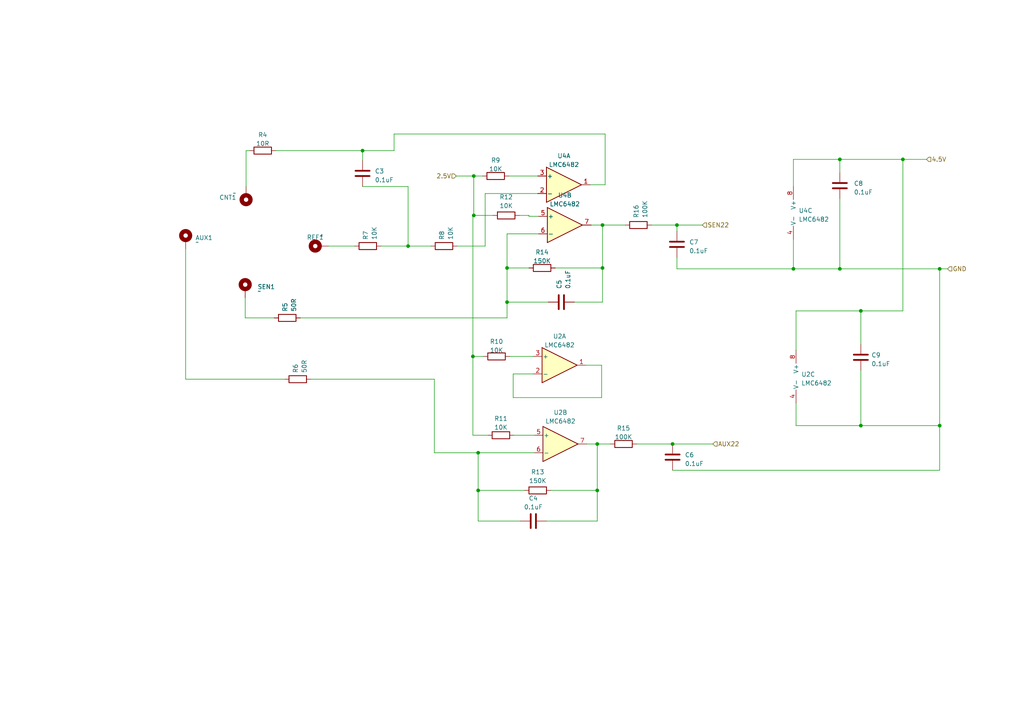
<source format=kicad_sch>
(kicad_sch (version 20230121) (generator eeschema)

  (uuid b77da3b0-ec35-490a-993f-54fbfa94fa5c)

  (paper "A4")

  (lib_symbols
    (symbol "Amplifier_Operational:LMC6482" (pin_names (offset 0.127)) (in_bom yes) (on_board yes)
      (property "Reference" "U" (at 0 5.08 0)
        (effects (font (size 1.27 1.27)) (justify left))
      )
      (property "Value" "LMC6482" (at 0 -5.08 0)
        (effects (font (size 1.27 1.27)) (justify left))
      )
      (property "Footprint" "" (at 0 0 0)
        (effects (font (size 1.27 1.27)) hide)
      )
      (property "Datasheet" "http://www.ti.com/lit/ds/symlink/lmc6482.pdf" (at 0 0 0)
        (effects (font (size 1.27 1.27)) hide)
      )
      (property "ki_locked" "" (at 0 0 0)
        (effects (font (size 1.27 1.27)))
      )
      (property "ki_keywords" "dual opamp" (at 0 0 0)
        (effects (font (size 1.27 1.27)) hide)
      )
      (property "ki_description" "Dual CMOS Rail-to-Rail Input and Output Operational Amplifier, DIP-8/SOIC-8, SSOP-8" (at 0 0 0)
        (effects (font (size 1.27 1.27)) hide)
      )
      (property "ki_fp_filters" "SOIC*3.9x4.9mm*P1.27mm* DIP*W7.62mm* TO*99* OnSemi*Micro8* TSSOP*3x3mm*P0.65mm* TSSOP*4.4x3mm*P0.65mm* MSOP*3x3mm*P0.65mm* SSOP*3.9x4.9mm*P0.635mm* LFCSP*2x2mm*P0.5mm* *SIP* SOIC*5.3x6.2mm*P1.27mm*" (at 0 0 0)
        (effects (font (size 1.27 1.27)) hide)
      )
      (symbol "LMC6482_1_1"
        (polyline
          (pts
            (xy -5.08 5.08)
            (xy 5.08 0)
            (xy -5.08 -5.08)
            (xy -5.08 5.08)
          )
          (stroke (width 0.254) (type default))
          (fill (type background))
        )
        (pin output line (at 7.62 0 180) (length 2.54)
          (name "~" (effects (font (size 1.27 1.27))))
          (number "1" (effects (font (size 1.27 1.27))))
        )
        (pin input line (at -7.62 -2.54 0) (length 2.54)
          (name "-" (effects (font (size 1.27 1.27))))
          (number "2" (effects (font (size 1.27 1.27))))
        )
        (pin input line (at -7.62 2.54 0) (length 2.54)
          (name "+" (effects (font (size 1.27 1.27))))
          (number "3" (effects (font (size 1.27 1.27))))
        )
      )
      (symbol "LMC6482_2_1"
        (polyline
          (pts
            (xy -5.08 5.08)
            (xy 5.08 0)
            (xy -5.08 -5.08)
            (xy -5.08 5.08)
          )
          (stroke (width 0.254) (type default))
          (fill (type background))
        )
        (pin input line (at -7.62 2.54 0) (length 2.54)
          (name "+" (effects (font (size 1.27 1.27))))
          (number "5" (effects (font (size 1.27 1.27))))
        )
        (pin input line (at -7.62 -2.54 0) (length 2.54)
          (name "-" (effects (font (size 1.27 1.27))))
          (number "6" (effects (font (size 1.27 1.27))))
        )
        (pin output line (at 7.62 0 180) (length 2.54)
          (name "~" (effects (font (size 1.27 1.27))))
          (number "7" (effects (font (size 1.27 1.27))))
        )
      )
      (symbol "LMC6482_3_1"
        (pin power_in line (at -2.54 -7.62 90) (length 3.81)
          (name "V-" (effects (font (size 1.27 1.27))))
          (number "4" (effects (font (size 1.27 1.27))))
        )
        (pin power_in line (at -2.54 7.62 270) (length 3.81)
          (name "V+" (effects (font (size 1.27 1.27))))
          (number "8" (effects (font (size 1.27 1.27))))
        )
      )
    )
    (symbol "Device:C" (pin_numbers hide) (pin_names (offset 0.254)) (in_bom yes) (on_board yes)
      (property "Reference" "C" (at 0.635 2.54 0)
        (effects (font (size 1.27 1.27)) (justify left))
      )
      (property "Value" "C" (at 0.635 -2.54 0)
        (effects (font (size 1.27 1.27)) (justify left))
      )
      (property "Footprint" "" (at 0.9652 -3.81 0)
        (effects (font (size 1.27 1.27)) hide)
      )
      (property "Datasheet" "~" (at 0 0 0)
        (effects (font (size 1.27 1.27)) hide)
      )
      (property "ki_keywords" "cap capacitor" (at 0 0 0)
        (effects (font (size 1.27 1.27)) hide)
      )
      (property "ki_description" "Unpolarized capacitor" (at 0 0 0)
        (effects (font (size 1.27 1.27)) hide)
      )
      (property "ki_fp_filters" "C_*" (at 0 0 0)
        (effects (font (size 1.27 1.27)) hide)
      )
      (symbol "C_0_1"
        (polyline
          (pts
            (xy -2.032 -0.762)
            (xy 2.032 -0.762)
          )
          (stroke (width 0.508) (type default))
          (fill (type none))
        )
        (polyline
          (pts
            (xy -2.032 0.762)
            (xy 2.032 0.762)
          )
          (stroke (width 0.508) (type default))
          (fill (type none))
        )
      )
      (symbol "C_1_1"
        (pin passive line (at 0 3.81 270) (length 2.794)
          (name "~" (effects (font (size 1.27 1.27))))
          (number "1" (effects (font (size 1.27 1.27))))
        )
        (pin passive line (at 0 -3.81 90) (length 2.794)
          (name "~" (effects (font (size 1.27 1.27))))
          (number "2" (effects (font (size 1.27 1.27))))
        )
      )
    )
    (symbol "Device:R" (pin_numbers hide) (pin_names (offset 0)) (in_bom yes) (on_board yes)
      (property "Reference" "R" (at 2.032 0 90)
        (effects (font (size 1.27 1.27)))
      )
      (property "Value" "R" (at 0 0 90)
        (effects (font (size 1.27 1.27)))
      )
      (property "Footprint" "" (at -1.778 0 90)
        (effects (font (size 1.27 1.27)) hide)
      )
      (property "Datasheet" "~" (at 0 0 0)
        (effects (font (size 1.27 1.27)) hide)
      )
      (property "ki_keywords" "R res resistor" (at 0 0 0)
        (effects (font (size 1.27 1.27)) hide)
      )
      (property "ki_description" "Resistor" (at 0 0 0)
        (effects (font (size 1.27 1.27)) hide)
      )
      (property "ki_fp_filters" "R_*" (at 0 0 0)
        (effects (font (size 1.27 1.27)) hide)
      )
      (symbol "R_0_1"
        (rectangle (start -1.016 -2.54) (end 1.016 2.54)
          (stroke (width 0.254) (type default))
          (fill (type none))
        )
      )
      (symbol "R_1_1"
        (pin passive line (at 0 3.81 270) (length 1.27)
          (name "~" (effects (font (size 1.27 1.27))))
          (number "1" (effects (font (size 1.27 1.27))))
        )
        (pin passive line (at 0 -3.81 90) (length 1.27)
          (name "~" (effects (font (size 1.27 1.27))))
          (number "2" (effects (font (size 1.27 1.27))))
        )
      )
    )
    (symbol "Mechanical:MountingHole_Pad" (pin_numbers hide) (pin_names (offset 1.016) hide) (in_bom yes) (on_board yes)
      (property "Reference" "H" (at 0 6.35 0)
        (effects (font (size 1.27 1.27)))
      )
      (property "Value" "MountingHole_Pad" (at 0 4.445 0)
        (effects (font (size 1.27 1.27)))
      )
      (property "Footprint" "" (at 0 0 0)
        (effects (font (size 1.27 1.27)) hide)
      )
      (property "Datasheet" "~" (at 0 0 0)
        (effects (font (size 1.27 1.27)) hide)
      )
      (property "ki_keywords" "mounting hole" (at 0 0 0)
        (effects (font (size 1.27 1.27)) hide)
      )
      (property "ki_description" "Mounting Hole with connection" (at 0 0 0)
        (effects (font (size 1.27 1.27)) hide)
      )
      (property "ki_fp_filters" "MountingHole*Pad*" (at 0 0 0)
        (effects (font (size 1.27 1.27)) hide)
      )
      (symbol "MountingHole_Pad_0_1"
        (circle (center 0 1.27) (radius 1.27)
          (stroke (width 1.27) (type default))
          (fill (type none))
        )
      )
      (symbol "MountingHole_Pad_1_1"
        (pin input line (at 0 -2.54 90) (length 2.54)
          (name "1" (effects (font (size 1.27 1.27))))
          (number "1" (effects (font (size 1.27 1.27))))
        )
      )
    )
  )

  (junction (at 105.156 43.688) (diameter 0) (color 0 0 0 0)
    (uuid 1a2626dd-8b3b-472c-a98d-484d1b1d3762)
  )
  (junction (at 196.342 65.278) (diameter 0) (color 0 0 0 0)
    (uuid 2149539a-00a3-425b-a657-9a4b68aa6783)
  )
  (junction (at 272.542 77.978) (diameter 0) (color 0 0 0 0)
    (uuid 25c01353-4696-480e-82a4-968b1e6333ea)
  )
  (junction (at 147.066 87.63) (diameter 0) (color 0 0 0 0)
    (uuid 2fc98c7c-c6ed-43f4-977c-cbe1dedbe307)
  )
  (junction (at 243.586 46.228) (diameter 0) (color 0 0 0 0)
    (uuid 5ad23622-2e8f-4768-82e6-99e576866d0d)
  )
  (junction (at 137.414 51.054) (diameter 0) (color 0 0 0 0)
    (uuid 665b8064-4b33-42b2-b968-3316cdb08093)
  )
  (junction (at 272.542 123.444) (diameter 0) (color 0 0 0 0)
    (uuid 6a53a7c8-8f9f-490e-9c20-84a3ac5f3c34)
  )
  (junction (at 137.414 62.484) (diameter 0) (color 0 0 0 0)
    (uuid 6c9c503d-fa82-4150-9712-c8ef62c3dc0e)
  )
  (junction (at 138.684 131.318) (diameter 0) (color 0 0 0 0)
    (uuid 766f8514-4e58-4093-82c2-c00c656f983c)
  )
  (junction (at 174.752 65.278) (diameter 0) (color 0 0 0 0)
    (uuid 7e681415-dcd0-4651-98ac-b615357bb5d0)
  )
  (junction (at 261.874 46.228) (diameter 0) (color 0 0 0 0)
    (uuid 86c53dfb-36e8-415f-b382-7590ce9812c1)
  )
  (junction (at 118.364 71.374) (diameter 0) (color 0 0 0 0)
    (uuid 8a1ce8cc-12ae-4b8f-9a41-c3d28e878d13)
  )
  (junction (at 173.228 142.24) (diameter 0) (color 0 0 0 0)
    (uuid 94293010-358e-48e8-b1ea-570a66e9439d)
  )
  (junction (at 174.752 77.724) (diameter 0) (color 0 0 0 0)
    (uuid c12c6d67-918e-44da-82e8-188cd8dc6d6b)
  )
  (junction (at 138.684 142.24) (diameter 0) (color 0 0 0 0)
    (uuid ca0aa214-b16c-46e4-9e82-9d354ce26896)
  )
  (junction (at 173.228 128.778) (diameter 0) (color 0 0 0 0)
    (uuid d20b9a69-985b-40dc-9174-5b78c599ec11)
  )
  (junction (at 243.586 77.978) (diameter 0) (color 0 0 0 0)
    (uuid d63dc3b5-3f1a-4d1c-bd7d-2eb8bada7961)
  )
  (junction (at 137.16 103.378) (diameter 0) (color 0 0 0 0)
    (uuid da763a43-907b-4fee-a801-e1ca7ecf1628)
  )
  (junction (at 195.072 128.778) (diameter 0) (color 0 0 0 0)
    (uuid e271f4b4-7b0f-47e3-8f12-9dce41fa2eb4)
  )
  (junction (at 230.124 77.978) (diameter 0) (color 0 0 0 0)
    (uuid e899374b-2dad-42fe-a229-e843e170be30)
  )
  (junction (at 249.682 90.17) (diameter 0) (color 0 0 0 0)
    (uuid f261545e-109c-453f-a792-e6eaa6525838)
  )
  (junction (at 249.682 123.444) (diameter 0) (color 0 0 0 0)
    (uuid f72ac80c-8928-4475-ba4c-5fc9b5c46cf1)
  )
  (junction (at 147.066 77.724) (diameter 0) (color 0 0 0 0)
    (uuid fa3bc8f7-2e7c-4740-9eeb-e96c25515cbf)
  )

  (wire (pts (xy 137.16 126.238) (xy 137.16 103.378))
    (stroke (width 0) (type default))
    (uuid 035faff2-8565-4804-b66e-d7b38cc8c9b1)
  )
  (wire (pts (xy 147.066 87.63) (xy 147.066 92.202))
    (stroke (width 0) (type default))
    (uuid 0c2f181c-d66e-4c4b-b572-347edb2cfbc0)
  )
  (wire (pts (xy 155.956 56.134) (xy 140.716 56.134))
    (stroke (width 0) (type default))
    (uuid 0f9a9ef4-c8a5-41b2-beb4-98dec32e7864)
  )
  (wire (pts (xy 268.732 46.228) (xy 261.874 46.228))
    (stroke (width 0) (type default))
    (uuid 1013e01b-4abe-40e4-8994-93eabced9a89)
  )
  (wire (pts (xy 138.684 142.24) (xy 138.684 131.318))
    (stroke (width 0) (type default))
    (uuid 111e3ab3-821d-4b22-a9ab-d44a78ad60f6)
  )
  (wire (pts (xy 71.12 92.202) (xy 79.502 92.202))
    (stroke (width 0) (type default))
    (uuid 1304a827-38ad-40a7-9f42-26184c9ce504)
  )
  (wire (pts (xy 105.156 54.102) (xy 118.364 54.102))
    (stroke (width 0) (type default))
    (uuid 168e423a-760d-4d8a-86ea-e66d64b09cde)
  )
  (wire (pts (xy 188.976 65.278) (xy 196.342 65.278))
    (stroke (width 0) (type default))
    (uuid 184d2d50-5dcc-41d9-8e9d-c7b22134abcc)
  )
  (wire (pts (xy 118.364 54.102) (xy 118.364 71.374))
    (stroke (width 0) (type default))
    (uuid 1c20afdb-b17d-4bf5-955a-ad2e382e61c1)
  )
  (wire (pts (xy 158.496 151.13) (xy 173.228 151.13))
    (stroke (width 0) (type default))
    (uuid 1c59a639-144f-413a-b0db-52a70832dd38)
  )
  (wire (pts (xy 114.3 43.688) (xy 105.156 43.688))
    (stroke (width 0) (type default))
    (uuid 1cc5887e-b899-4be3-bf10-a0b93f2ff292)
  )
  (wire (pts (xy 196.342 74.676) (xy 196.342 77.978))
    (stroke (width 0) (type default))
    (uuid 1d9ba97e-4b7d-44d5-a975-0d1172b29537)
  )
  (wire (pts (xy 147.828 103.378) (xy 154.686 103.378))
    (stroke (width 0) (type default))
    (uuid 1df27bbe-701e-4905-96a0-6dce131dfa4d)
  )
  (wire (pts (xy 272.542 136.398) (xy 272.542 123.444))
    (stroke (width 0) (type default))
    (uuid 1fc2111d-a00d-47c6-a1cd-868a353267ea)
  )
  (wire (pts (xy 243.586 46.228) (xy 230.124 46.228))
    (stroke (width 0) (type default))
    (uuid 20dd2d99-02d3-4063-b4a4-29b83465defc)
  )
  (wire (pts (xy 173.228 142.24) (xy 173.228 128.778))
    (stroke (width 0) (type default))
    (uuid 21ac8da6-7a52-45ed-b4f8-d815baf7521d)
  )
  (wire (pts (xy 230.886 101.6) (xy 230.886 90.17))
    (stroke (width 0) (type default))
    (uuid 24294b87-507f-48e8-a05a-3d132ed6c9cf)
  )
  (wire (pts (xy 53.848 109.982) (xy 82.55 109.982))
    (stroke (width 0) (type default))
    (uuid 26ec613c-fc9a-49d8-9a05-7b62223416b2)
  )
  (wire (pts (xy 161.036 77.724) (xy 174.752 77.724))
    (stroke (width 0) (type default))
    (uuid 2d718db9-c4da-4c26-a61d-b202696a298e)
  )
  (wire (pts (xy 143.002 62.484) (xy 137.414 62.484))
    (stroke (width 0) (type default))
    (uuid 30963fb7-b9dd-46e2-b924-e95dc4aa228c)
  )
  (wire (pts (xy 87.122 92.202) (xy 147.066 92.202))
    (stroke (width 0) (type default))
    (uuid 33706d6d-d677-49ec-8fc9-bafa77f90619)
  )
  (wire (pts (xy 243.586 46.228) (xy 243.586 50.038))
    (stroke (width 0) (type default))
    (uuid 33e28078-28c2-4d8d-b8cc-f875b0c4a60c)
  )
  (wire (pts (xy 230.886 90.17) (xy 249.682 90.17))
    (stroke (width 0) (type default))
    (uuid 39417397-dfa7-4706-9258-fbe1bdfc385a)
  )
  (wire (pts (xy 148.844 115.316) (xy 148.844 108.458))
    (stroke (width 0) (type default))
    (uuid 39d9ad45-da77-41dc-b758-8cea1b10540f)
  )
  (wire (pts (xy 137.414 51.054) (xy 139.954 51.054))
    (stroke (width 0) (type default))
    (uuid 3c533abd-fb25-435a-ae41-e25bcb6a8b6d)
  )
  (wire (pts (xy 147.066 67.818) (xy 147.066 77.724))
    (stroke (width 0) (type default))
    (uuid 3c759632-b0e4-457e-bc75-58ec499c616d)
  )
  (wire (pts (xy 249.682 123.444) (xy 272.542 123.444))
    (stroke (width 0) (type default))
    (uuid 41d3f280-deb3-4f71-836f-4d2988f7b760)
  )
  (wire (pts (xy 95.25 71.374) (xy 102.87 71.374))
    (stroke (width 0) (type default))
    (uuid 44380021-73e7-45a4-88a1-59b2439548be)
  )
  (wire (pts (xy 147.066 77.724) (xy 147.066 87.63))
    (stroke (width 0) (type default))
    (uuid 47402d98-fff2-4dae-aac9-6c1a1b1ca53c)
  )
  (wire (pts (xy 80.01 43.688) (xy 105.156 43.688))
    (stroke (width 0) (type default))
    (uuid 482349e3-94b0-4399-93e7-8e48c189294d)
  )
  (wire (pts (xy 272.542 77.978) (xy 274.828 77.978))
    (stroke (width 0) (type default))
    (uuid 4b6cd0b1-e57b-4241-a021-31bc5704dfb4)
  )
  (wire (pts (xy 230.124 77.978) (xy 243.586 77.978))
    (stroke (width 0) (type default))
    (uuid 4e686589-a7d6-4a84-a0ab-30ae4de75aad)
  )
  (wire (pts (xy 137.414 62.484) (xy 137.414 51.054))
    (stroke (width 0) (type default))
    (uuid 4f4b2f32-bac1-4768-90ab-34ff08d62906)
  )
  (wire (pts (xy 153.416 77.724) (xy 147.066 77.724))
    (stroke (width 0) (type default))
    (uuid 4f926d35-48eb-4829-bbb8-fdf60ee4fec4)
  )
  (wire (pts (xy 118.364 71.374) (xy 124.968 71.374))
    (stroke (width 0) (type default))
    (uuid 50f6d30f-c877-457c-afb0-7ca990cf49aa)
  )
  (wire (pts (xy 138.684 151.13) (xy 138.684 142.24))
    (stroke (width 0) (type default))
    (uuid 573d138a-f2ff-4a60-ab0b-7cd2bccf4827)
  )
  (wire (pts (xy 196.342 65.278) (xy 196.342 67.056))
    (stroke (width 0) (type default))
    (uuid 59f293d9-d686-4335-8c4a-b2c28fd90749)
  )
  (wire (pts (xy 71.374 43.688) (xy 72.39 43.688))
    (stroke (width 0) (type default))
    (uuid 5ae3349e-5cfa-444c-8a7e-a31ce9a0f191)
  )
  (wire (pts (xy 150.876 151.13) (xy 138.684 151.13))
    (stroke (width 0) (type default))
    (uuid 63ce73a0-7e93-4b61-9f9c-ff6f5c067aa1)
  )
  (wire (pts (xy 71.374 43.688) (xy 71.374 54.102))
    (stroke (width 0) (type default))
    (uuid 63f69e23-bbe3-488c-905b-9cbc2cbe2741)
  )
  (wire (pts (xy 147.066 67.818) (xy 156.21 67.818))
    (stroke (width 0) (type default))
    (uuid 664bfe67-3690-430d-b773-ca654e3b7ad0)
  )
  (wire (pts (xy 272.542 123.444) (xy 272.542 77.978))
    (stroke (width 0) (type default))
    (uuid 66e38d32-f8e2-46e2-a361-610fa42b7f4c)
  )
  (wire (pts (xy 159.766 142.24) (xy 173.228 142.24))
    (stroke (width 0) (type default))
    (uuid 66ebe9d5-431e-4f81-aaaf-42f3568b22a3)
  )
  (wire (pts (xy 175.514 38.862) (xy 114.3 38.862))
    (stroke (width 0) (type default))
    (uuid 67f5398f-f692-417d-b2bb-15535268bd05)
  )
  (wire (pts (xy 249.682 99.822) (xy 249.682 90.17))
    (stroke (width 0) (type default))
    (uuid 69cb87b9-a5d4-4875-b1e7-29eb5c5a8604)
  )
  (wire (pts (xy 125.984 131.318) (xy 138.684 131.318))
    (stroke (width 0) (type default))
    (uuid 6c8f3b0e-8a29-4e76-912b-759d686a0c5c)
  )
  (wire (pts (xy 137.16 62.484) (xy 137.16 103.378))
    (stroke (width 0) (type default))
    (uuid 6db269b8-70ec-44fc-a5c8-7e3f0846d893)
  )
  (wire (pts (xy 53.848 72.136) (xy 53.848 109.982))
    (stroke (width 0) (type default))
    (uuid 6f6ee950-b6e0-4a2d-9a0a-4ec722342d33)
  )
  (wire (pts (xy 140.716 56.134) (xy 140.716 71.374))
    (stroke (width 0) (type default))
    (uuid 7775fb87-a65d-411e-ade5-1b02ead640a0)
  )
  (wire (pts (xy 184.658 128.778) (xy 195.072 128.778))
    (stroke (width 0) (type default))
    (uuid 82918231-ac58-4925-a308-f5c65114fa32)
  )
  (wire (pts (xy 174.752 65.278) (xy 174.752 77.724))
    (stroke (width 0) (type default))
    (uuid 83848231-4b63-4527-9202-23a0b5a7f11e)
  )
  (wire (pts (xy 169.926 105.918) (xy 174.498 105.918))
    (stroke (width 0) (type default))
    (uuid 8599d4bf-25a2-48a6-9c83-4d1d8ac4b3e5)
  )
  (wire (pts (xy 132.334 51.054) (xy 137.414 51.054))
    (stroke (width 0) (type default))
    (uuid 86ea32ab-25b3-4277-ab5f-657981aa3465)
  )
  (wire (pts (xy 174.752 87.63) (xy 174.752 77.724))
    (stroke (width 0) (type default))
    (uuid 87ca4073-cadd-4013-a113-1d9d539fed47)
  )
  (wire (pts (xy 71.12 86.36) (xy 71.12 92.202))
    (stroke (width 0) (type default))
    (uuid 8857f2e9-b2f3-41ee-9fed-845fe8882b88)
  )
  (wire (pts (xy 249.682 90.17) (xy 261.874 90.17))
    (stroke (width 0) (type default))
    (uuid 8d07ce4c-6544-4078-8da0-1dcb4ae3e1f8)
  )
  (wire (pts (xy 149.098 126.238) (xy 154.94 126.238))
    (stroke (width 0) (type default))
    (uuid 8f42659d-8dca-4047-8012-17a8942bfdc0)
  )
  (wire (pts (xy 249.682 107.442) (xy 249.682 123.444))
    (stroke (width 0) (type default))
    (uuid 91a42165-f1b8-448f-afb2-61dd1fe9baf4)
  )
  (wire (pts (xy 141.478 126.238) (xy 137.16 126.238))
    (stroke (width 0) (type default))
    (uuid 92ecbc8e-14e5-45c9-b219-c258c3a3bc66)
  )
  (wire (pts (xy 147.066 87.63) (xy 159.004 87.63))
    (stroke (width 0) (type default))
    (uuid 932e4910-1d2c-4616-b1c3-1cbfb2a0fb36)
  )
  (wire (pts (xy 152.146 142.24) (xy 138.684 142.24))
    (stroke (width 0) (type default))
    (uuid 975319f2-b9a4-4825-ac91-4eda688fa2a4)
  )
  (wire (pts (xy 114.3 38.862) (xy 114.3 43.688))
    (stroke (width 0) (type default))
    (uuid 99a63e10-877b-4df3-a592-38b2bc35cf61)
  )
  (wire (pts (xy 137.16 62.484) (xy 137.414 62.484))
    (stroke (width 0) (type default))
    (uuid 9c1b0dae-832f-42b1-b4e7-a1ed5a9908e4)
  )
  (wire (pts (xy 174.498 105.918) (xy 174.498 115.316))
    (stroke (width 0) (type default))
    (uuid a3a9b216-6b50-4441-b098-d86a9c9ed333)
  )
  (wire (pts (xy 196.342 77.978) (xy 230.124 77.978))
    (stroke (width 0) (type default))
    (uuid a87b6140-09cd-42d2-8fb9-9490723e4755)
  )
  (wire (pts (xy 175.514 53.594) (xy 175.514 38.862))
    (stroke (width 0) (type default))
    (uuid ad8eb063-fe88-4271-8f6b-ebb7143b2cab)
  )
  (wire (pts (xy 261.874 46.228) (xy 261.874 90.17))
    (stroke (width 0) (type default))
    (uuid ad9b8d6a-a368-4130-91ce-475a39f57496)
  )
  (wire (pts (xy 206.756 128.778) (xy 195.072 128.778))
    (stroke (width 0) (type default))
    (uuid b38e7e03-0297-4e86-b391-1b601375e676)
  )
  (wire (pts (xy 230.886 123.444) (xy 249.682 123.444))
    (stroke (width 0) (type default))
    (uuid b3e1ac3c-bb11-42a1-9c57-d74166962dd7)
  )
  (wire (pts (xy 171.196 53.594) (xy 175.514 53.594))
    (stroke (width 0) (type default))
    (uuid b3f36c19-c0e1-4f8c-805b-4820c5b58203)
  )
  (wire (pts (xy 148.844 108.458) (xy 154.686 108.458))
    (stroke (width 0) (type default))
    (uuid b4f5f013-f271-4eda-a6b1-d4bdf8f4de45)
  )
  (wire (pts (xy 174.498 115.316) (xy 148.844 115.316))
    (stroke (width 0) (type default))
    (uuid b6d5b875-ed0d-43ab-a54c-f1a4cf8be183)
  )
  (wire (pts (xy 125.984 109.982) (xy 125.984 131.318))
    (stroke (width 0) (type default))
    (uuid b795b36d-45fb-427b-8bf9-1359e0b917bb)
  )
  (wire (pts (xy 173.228 151.13) (xy 173.228 142.24))
    (stroke (width 0) (type default))
    (uuid bf96aad4-076e-41e9-a594-c10c83258109)
  )
  (wire (pts (xy 140.208 103.378) (xy 137.16 103.378))
    (stroke (width 0) (type default))
    (uuid c6df7407-0c0c-4e8e-910e-17891522b7d7)
  )
  (wire (pts (xy 243.586 57.658) (xy 243.586 77.978))
    (stroke (width 0) (type default))
    (uuid c7c60213-4225-4fdb-877b-5e1e9750c64e)
  )
  (wire (pts (xy 174.752 65.278) (xy 171.45 65.278))
    (stroke (width 0) (type default))
    (uuid c8a4aa8a-eec3-4ec0-b7f1-c6735cef5158)
  )
  (wire (pts (xy 147.574 51.054) (xy 155.956 51.054))
    (stroke (width 0) (type default))
    (uuid cda4f519-b2b0-442a-ba85-a61e376c2358)
  )
  (wire (pts (xy 153.416 62.738) (xy 156.21 62.738))
    (stroke (width 0) (type default))
    (uuid cf6fae0c-2dec-4219-8287-40247da10fca)
  )
  (wire (pts (xy 230.124 77.978) (xy 230.124 69.342))
    (stroke (width 0) (type default))
    (uuid d129e4d2-2767-4b98-a99b-491229d6ee90)
  )
  (wire (pts (xy 138.684 131.318) (xy 154.94 131.318))
    (stroke (width 0) (type default))
    (uuid d62f45a8-3f1a-477f-b831-68020558cbb0)
  )
  (wire (pts (xy 203.708 65.278) (xy 196.342 65.278))
    (stroke (width 0) (type default))
    (uuid d829d1d4-54ba-4980-9c2b-a62901aefff6)
  )
  (wire (pts (xy 90.17 109.982) (xy 125.984 109.982))
    (stroke (width 0) (type default))
    (uuid da6dbf45-6e3f-49c7-8fb5-aba06a58393c)
  )
  (wire (pts (xy 230.124 46.228) (xy 230.124 54.102))
    (stroke (width 0) (type default))
    (uuid db88ad01-6000-4225-aa9a-cbfc1fced044)
  )
  (wire (pts (xy 110.49 71.374) (xy 118.364 71.374))
    (stroke (width 0) (type default))
    (uuid db8954c3-8f8f-4955-879c-d157c9c0ee8e)
  )
  (wire (pts (xy 140.716 71.374) (xy 132.588 71.374))
    (stroke (width 0) (type default))
    (uuid dbefa4f9-fe8d-48ec-a5b2-50a66c6df014)
  )
  (wire (pts (xy 261.874 46.228) (xy 243.586 46.228))
    (stroke (width 0) (type default))
    (uuid dda955b2-df6a-42de-88e9-69a9bbbdc9ee)
  )
  (wire (pts (xy 170.18 128.778) (xy 173.228 128.778))
    (stroke (width 0) (type default))
    (uuid deef903b-04a3-467f-85f6-37d6bd4584df)
  )
  (wire (pts (xy 166.624 87.63) (xy 174.752 87.63))
    (stroke (width 0) (type default))
    (uuid e081a6b9-12a6-49ca-9576-ff68b55e338d)
  )
  (wire (pts (xy 153.416 62.484) (xy 153.416 62.738))
    (stroke (width 0) (type default))
    (uuid e46c0049-7361-4170-bcec-1db6cd85f384)
  )
  (wire (pts (xy 105.156 43.688) (xy 105.156 46.482))
    (stroke (width 0) (type default))
    (uuid e7dd72dd-a8de-4f92-b0b3-af9884e541fc)
  )
  (wire (pts (xy 195.072 136.398) (xy 272.542 136.398))
    (stroke (width 0) (type default))
    (uuid e80c6b35-ef7e-44cb-b68a-349a4f1d73d3)
  )
  (wire (pts (xy 230.886 116.84) (xy 230.886 123.444))
    (stroke (width 0) (type default))
    (uuid f37ca88f-c0a8-42fe-b703-444f4166fc84)
  )
  (wire (pts (xy 173.228 128.778) (xy 177.038 128.778))
    (stroke (width 0) (type default))
    (uuid f477e46f-ba45-4786-853f-18011eddcd55)
  )
  (wire (pts (xy 181.356 65.278) (xy 174.752 65.278))
    (stroke (width 0) (type default))
    (uuid fb667784-5ef6-4f25-afc9-e19a348dc158)
  )
  (wire (pts (xy 243.586 77.978) (xy 272.542 77.978))
    (stroke (width 0) (type default))
    (uuid fc030631-0289-4d22-befd-fcd19be96499)
  )
  (wire (pts (xy 150.622 62.484) (xy 153.416 62.484))
    (stroke (width 0) (type default))
    (uuid fc1cd49b-1c02-4e4b-9612-5d0b9dade09e)
  )

  (hierarchical_label "GND" (shape input) (at 274.828 77.978 0) (fields_autoplaced)
    (effects (font (size 1.27 1.27)) (justify left))
    (uuid 01493c6e-91dd-44c6-9d85-f56bd76d8e1f)
  )
  (hierarchical_label "2.5V" (shape input) (at 132.334 51.054 180) (fields_autoplaced)
    (effects (font (size 1.27 1.27)) (justify right))
    (uuid 33fcf6e6-e981-43ca-8aa6-f608f41f2e3c)
  )
  (hierarchical_label "SEN22" (shape input) (at 203.708 65.278 0) (fields_autoplaced)
    (effects (font (size 1.27 1.27)) (justify left))
    (uuid 364a92c6-3484-4c30-94e9-f0d019ef9c97)
  )
  (hierarchical_label "AUX22" (shape input) (at 206.756 128.778 0) (fields_autoplaced)
    (effects (font (size 1.27 1.27)) (justify left))
    (uuid 49a5d284-1d9a-4cb3-ab2d-ab0e89aff17d)
  )
  (hierarchical_label "4.5V" (shape input) (at 268.732 46.228 0) (fields_autoplaced)
    (effects (font (size 1.27 1.27)) (justify left))
    (uuid a9e865a2-e931-4387-ae36-cc0811152224)
  )

  (symbol (lib_id "Amplifier_Operational:LMC6482") (at 163.83 65.278 0) (unit 2)
    (in_bom yes) (on_board yes) (dnp no) (fields_autoplaced)
    (uuid 20d013dc-d556-41ab-8709-5da711fa038e)
    (property "Reference" "U4" (at 163.83 56.642 0)
      (effects (font (size 1.27 1.27)))
    )
    (property "Value" "LMC6482" (at 163.83 59.182 0)
      (effects (font (size 1.27 1.27)))
    )
    (property "Footprint" "Package_SO:SOIC-8_3.9x4.9mm_P1.27mm" (at 163.83 65.278 0)
      (effects (font (size 1.27 1.27)) hide)
    )
    (property "Datasheet" "http://www.ti.com/lit/ds/symlink/lmc6482.pdf" (at 163.83 65.278 0)
      (effects (font (size 1.27 1.27)) hide)
    )
    (pin "1" (uuid 9c1e9d8f-1c28-41e3-9575-41efbc51ba50))
    (pin "2" (uuid 1d0291f0-3ca2-4510-9705-02c12b2ea42d))
    (pin "3" (uuid 1f78b38e-dbc0-4584-b37f-86c494584341))
    (pin "5" (uuid 776b4954-db21-418f-a7b6-f320452ebd79))
    (pin "6" (uuid eb283b20-4c3d-4200-bb24-a475d1e312f7))
    (pin "7" (uuid 13027647-0d9e-4243-a3a1-89c829d068ca))
    (pin "4" (uuid 06dc1765-d68c-4f67-a73b-d9fa7caa6956))
    (pin "8" (uuid 2077a737-d294-413f-b778-56afbb60776f))
    (instances
      (project "Air quality project"
        (path "/67b6672b-0c15-41a5-a844-17aa721018b8/e2c83066-cae4-4a4f-a05c-59cf4d457446"
          (reference "U4") (unit 2)
        )
        (path "/67b6672b-0c15-41a5-a844-17aa721018b8/be65ffb6-5f15-4847-ab99-a8924076e9fe"
          (reference "U13") (unit 2)
        )
        (path "/67b6672b-0c15-41a5-a844-17aa721018b8/186c3367-65f1-4ab3-9c87-9defd0e69552"
          (reference "U38") (unit 2)
        )
      )
    )
  )

  (symbol (lib_id "Amplifier_Operational:LMC6482") (at 232.664 61.722 0) (unit 3)
    (in_bom yes) (on_board yes) (dnp no) (fields_autoplaced)
    (uuid 2299f28d-8245-4d68-af22-34e08edfd4a4)
    (property "Reference" "U4" (at 231.648 61.087 0)
      (effects (font (size 1.27 1.27)) (justify left))
    )
    (property "Value" "LMC6482" (at 231.648 63.627 0)
      (effects (font (size 1.27 1.27)) (justify left))
    )
    (property "Footprint" "Package_SO:SOIC-8_3.9x4.9mm_P1.27mm" (at 232.664 61.722 0)
      (effects (font (size 1.27 1.27)) hide)
    )
    (property "Datasheet" "http://www.ti.com/lit/ds/symlink/lmc6482.pdf" (at 232.664 61.722 0)
      (effects (font (size 1.27 1.27)) hide)
    )
    (pin "1" (uuid 42791d0d-7717-4b04-a0ca-b0a647570e7e))
    (pin "2" (uuid 4a2fa161-9821-4b02-bf44-5123dc1327cb))
    (pin "3" (uuid 64a3c500-0113-480b-84b8-bf62972d5f8e))
    (pin "5" (uuid d00ef563-4214-461f-ba82-fc7819b91257))
    (pin "6" (uuid a6025e8c-eb59-4fda-bafe-a0fd2776d170))
    (pin "7" (uuid 893ff0da-9dcf-4d3e-aa6a-c4e684c3eff1))
    (pin "4" (uuid f1d6c7f8-8c4f-4217-8fe8-2393f8f51a7c))
    (pin "8" (uuid a1e69ee5-43ba-48c2-a593-0766a68ecdd4))
    (instances
      (project "Air quality project"
        (path "/67b6672b-0c15-41a5-a844-17aa721018b8/e2c83066-cae4-4a4f-a05c-59cf4d457446"
          (reference "U4") (unit 3)
        )
        (path "/67b6672b-0c15-41a5-a844-17aa721018b8/be65ffb6-5f15-4847-ab99-a8924076e9fe"
          (reference "U13") (unit 3)
        )
        (path "/67b6672b-0c15-41a5-a844-17aa721018b8/186c3367-65f1-4ab3-9c87-9defd0e69552"
          (reference "U38") (unit 3)
        )
      )
    )
  )

  (symbol (lib_id "Device:C") (at 243.586 53.848 0) (unit 1)
    (in_bom yes) (on_board yes) (dnp no) (fields_autoplaced)
    (uuid 255720ce-f290-470d-8f65-c39cc1d13317)
    (property "Reference" "C8" (at 247.65 53.213 0)
      (effects (font (size 1.27 1.27)) (justify left))
    )
    (property "Value" "0.1uF" (at 247.65 55.753 0)
      (effects (font (size 1.27 1.27)) (justify left))
    )
    (property "Footprint" "Capacitor_SMD:C_0402_1005Metric" (at 244.5512 57.658 0)
      (effects (font (size 1.27 1.27)) hide)
    )
    (property "Datasheet" "~" (at 243.586 53.848 0)
      (effects (font (size 1.27 1.27)) hide)
    )
    (pin "1" (uuid d29c18e4-d563-4bdb-9e28-52e93072b48b))
    (pin "2" (uuid 4a93f62a-6a07-472e-840e-7f1ed963d5e5))
    (instances
      (project "Air quality project"
        (path "/67b6672b-0c15-41a5-a844-17aa721018b8/e2c83066-cae4-4a4f-a05c-59cf4d457446"
          (reference "C8") (unit 1)
        )
        (path "/67b6672b-0c15-41a5-a844-17aa721018b8/be65ffb6-5f15-4847-ab99-a8924076e9fe"
          (reference "C38") (unit 1)
        )
        (path "/67b6672b-0c15-41a5-a844-17aa721018b8/186c3367-65f1-4ab3-9c87-9defd0e69552"
          (reference "C127") (unit 1)
        )
      )
    )
  )

  (symbol (lib_id "Device:R") (at 83.312 92.202 90) (unit 1)
    (in_bom yes) (on_board yes) (dnp no)
    (uuid 35574715-26f1-4562-9324-b4365338d596)
    (property "Reference" "R5" (at 82.677 90.424 0)
      (effects (font (size 1.27 1.27)) (justify left))
    )
    (property "Value" "50R" (at 85.217 90.424 0)
      (effects (font (size 1.27 1.27)) (justify left))
    )
    (property "Footprint" "Resistor_SMD:R_0402_1005Metric" (at 83.312 93.98 90)
      (effects (font (size 1.27 1.27)) hide)
    )
    (property "Datasheet" "~" (at 83.312 92.202 0)
      (effects (font (size 1.27 1.27)) hide)
    )
    (pin "1" (uuid becf2539-076b-4fd5-b8ad-1f35c62e68f7))
    (pin "2" (uuid c3493ff0-5c6a-4474-bc12-2a0531e85c2f))
    (instances
      (project "Air quality project"
        (path "/67b6672b-0c15-41a5-a844-17aa721018b8/e2c83066-cae4-4a4f-a05c-59cf4d457446"
          (reference "R5") (unit 1)
        )
        (path "/67b6672b-0c15-41a5-a844-17aa721018b8/be65ffb6-5f15-4847-ab99-a8924076e9fe"
          (reference "R24") (unit 1)
        )
        (path "/67b6672b-0c15-41a5-a844-17aa721018b8/186c3367-65f1-4ab3-9c87-9defd0e69552"
          (reference "R226") (unit 1)
        )
      )
    )
  )

  (symbol (lib_id "Device:C") (at 249.682 103.632 0) (unit 1)
    (in_bom yes) (on_board yes) (dnp no)
    (uuid 36dcd25e-e440-41a1-8114-e20b51edf448)
    (property "Reference" "C9" (at 252.73 102.997 0)
      (effects (font (size 1.27 1.27)) (justify left))
    )
    (property "Value" "0.1uF" (at 252.73 105.537 0)
      (effects (font (size 1.27 1.27)) (justify left))
    )
    (property "Footprint" "Capacitor_SMD:C_0402_1005Metric" (at 250.6472 107.442 0)
      (effects (font (size 1.27 1.27)) hide)
    )
    (property "Datasheet" "~" (at 249.682 103.632 0)
      (effects (font (size 1.27 1.27)) hide)
    )
    (pin "1" (uuid 91ea59b8-a1ad-4e6e-bfa7-7edfb070c3ad))
    (pin "2" (uuid 08800bf1-5806-4023-a565-5a6fc9a55c1f))
    (instances
      (project "Air quality project"
        (path "/67b6672b-0c15-41a5-a844-17aa721018b8/e2c83066-cae4-4a4f-a05c-59cf4d457446"
          (reference "C9") (unit 1)
        )
        (path "/67b6672b-0c15-41a5-a844-17aa721018b8/be65ffb6-5f15-4847-ab99-a8924076e9fe"
          (reference "C39") (unit 1)
        )
        (path "/67b6672b-0c15-41a5-a844-17aa721018b8/186c3367-65f1-4ab3-9c87-9defd0e69552"
          (reference "C128") (unit 1)
        )
      )
    )
  )

  (symbol (lib_id "Device:R") (at 144.018 103.378 90) (unit 1)
    (in_bom yes) (on_board yes) (dnp no) (fields_autoplaced)
    (uuid 38c55e1f-539a-4e2d-9ca0-a79853d71bf7)
    (property "Reference" "R10" (at 144.018 99.06 90)
      (effects (font (size 1.27 1.27)))
    )
    (property "Value" "10K" (at 144.018 101.6 90)
      (effects (font (size 1.27 1.27)))
    )
    (property "Footprint" "Resistor_SMD:R_0402_1005Metric" (at 144.018 105.156 90)
      (effects (font (size 1.27 1.27)) hide)
    )
    (property "Datasheet" "~" (at 144.018 103.378 0)
      (effects (font (size 1.27 1.27)) hide)
    )
    (pin "1" (uuid 77c9e3f8-3b1f-4f24-a2f9-c26cab8dce35))
    (pin "2" (uuid 98f8d9bc-7163-4871-9e8a-07d7857d9751))
    (instances
      (project "Air quality project"
        (path "/67b6672b-0c15-41a5-a844-17aa721018b8/e2c83066-cae4-4a4f-a05c-59cf4d457446"
          (reference "R10") (unit 1)
        )
        (path "/67b6672b-0c15-41a5-a844-17aa721018b8/be65ffb6-5f15-4847-ab99-a8924076e9fe"
          (reference "R49") (unit 1)
        )
        (path "/67b6672b-0c15-41a5-a844-17aa721018b8/186c3367-65f1-4ab3-9c87-9defd0e69552"
          (reference "R231") (unit 1)
        )
      )
    )
  )

  (symbol (lib_id "Mechanical:MountingHole_Pad") (at 71.12 83.82 0) (unit 1)
    (in_bom yes) (on_board yes) (dnp no) (fields_autoplaced)
    (uuid 3b9332f1-b8fa-4fe3-bcfe-4d1a5337e9ed)
    (property "Reference" "SEN1" (at 74.676 83.185 0)
      (effects (font (size 1.27 1.27)) (justify left))
    )
    (property "Value" "~" (at 74.676 84.455 0)
      (effects (font (size 1.27 1.27)) (justify left))
    )
    (property "Footprint" "MountingHole:MountingHole_2.7mm_Pad" (at 71.12 83.82 0)
      (effects (font (size 1.27 1.27)) hide)
    )
    (property "Datasheet" "~" (at 71.12 83.82 0)
      (effects (font (size 1.27 1.27)) hide)
    )
    (pin "1" (uuid 9fed9fa6-f94d-4c71-9bfd-35953e447d16))
    (instances
      (project "Air quality project"
        (path "/67b6672b-0c15-41a5-a844-17aa721018b8/e2c83066-cae4-4a4f-a05c-59cf4d457446"
          (reference "SEN1") (unit 1)
        )
        (path "/67b6672b-0c15-41a5-a844-17aa721018b8/be65ffb6-5f15-4847-ab99-a8924076e9fe"
          (reference "SEN2") (unit 1)
        )
        (path "/67b6672b-0c15-41a5-a844-17aa721018b8/186c3367-65f1-4ab3-9c87-9defd0e69552"
          (reference "SEN22") (unit 1)
        )
      )
    )
  )

  (symbol (lib_id "Device:R") (at 86.36 109.982 90) (unit 1)
    (in_bom yes) (on_board yes) (dnp no)
    (uuid 5f6e0522-e932-401e-9376-378df2967dc4)
    (property "Reference" "R6" (at 85.725 108.204 0)
      (effects (font (size 1.27 1.27)) (justify left))
    )
    (property "Value" "50R" (at 88.265 108.204 0)
      (effects (font (size 1.27 1.27)) (justify left))
    )
    (property "Footprint" "Resistor_SMD:R_0402_1005Metric" (at 86.36 111.76 90)
      (effects (font (size 1.27 1.27)) hide)
    )
    (property "Datasheet" "~" (at 86.36 109.982 0)
      (effects (font (size 1.27 1.27)) hide)
    )
    (pin "1" (uuid bbbfd711-f888-488e-8fcf-6bb57904a43d))
    (pin "2" (uuid c316a37e-3c6b-47fd-b730-2a849fa17863))
    (instances
      (project "Air quality project"
        (path "/67b6672b-0c15-41a5-a844-17aa721018b8/e2c83066-cae4-4a4f-a05c-59cf4d457446"
          (reference "R6") (unit 1)
        )
        (path "/67b6672b-0c15-41a5-a844-17aa721018b8/be65ffb6-5f15-4847-ab99-a8924076e9fe"
          (reference "R29") (unit 1)
        )
        (path "/67b6672b-0c15-41a5-a844-17aa721018b8/186c3367-65f1-4ab3-9c87-9defd0e69552"
          (reference "R227") (unit 1)
        )
      )
    )
  )

  (symbol (lib_id "Mechanical:MountingHole_Pad") (at 53.848 69.596 0) (unit 1)
    (in_bom yes) (on_board yes) (dnp no)
    (uuid 613c6808-bac0-4b44-a092-fb54c73f4aee)
    (property "Reference" "AUX1" (at 56.642 68.961 0)
      (effects (font (size 1.27 1.27)) (justify left))
    )
    (property "Value" "~" (at 56.642 70.231 0)
      (effects (font (size 1.27 1.27)) (justify left))
    )
    (property "Footprint" "MountingHole:MountingHole_2.7mm_Pad" (at 53.848 69.596 0)
      (effects (font (size 1.27 1.27)) hide)
    )
    (property "Datasheet" "~" (at 53.848 69.596 0)
      (effects (font (size 1.27 1.27)) hide)
    )
    (pin "1" (uuid 499c322a-7892-4f99-a504-4857fe10b420))
    (instances
      (project "Air quality project"
        (path "/67b6672b-0c15-41a5-a844-17aa721018b8/e2c83066-cae4-4a4f-a05c-59cf4d457446"
          (reference "AUX1") (unit 1)
        )
        (path "/67b6672b-0c15-41a5-a844-17aa721018b8/be65ffb6-5f15-4847-ab99-a8924076e9fe"
          (reference "AUX2") (unit 1)
        )
        (path "/67b6672b-0c15-41a5-a844-17aa721018b8/186c3367-65f1-4ab3-9c87-9defd0e69552"
          (reference "AUX22") (unit 1)
        )
      )
    )
  )

  (symbol (lib_id "Device:R") (at 157.226 77.724 90) (unit 1)
    (in_bom yes) (on_board yes) (dnp no) (fields_autoplaced)
    (uuid 6b85a73c-3d78-4190-88e3-a146a3c3815f)
    (property "Reference" "R14" (at 157.226 73.152 90)
      (effects (font (size 1.27 1.27)))
    )
    (property "Value" "150K" (at 157.226 75.692 90)
      (effects (font (size 1.27 1.27)))
    )
    (property "Footprint" "Resistor_SMD:R_0402_1005Metric" (at 157.226 79.502 90)
      (effects (font (size 1.27 1.27)) hide)
    )
    (property "Datasheet" "~" (at 157.226 77.724 0)
      (effects (font (size 1.27 1.27)) hide)
    )
    (pin "1" (uuid d4152253-6228-4c33-abfe-907b8514d880))
    (pin "2" (uuid 56e8ac7a-93f0-4adb-86a3-9d69f49ae710))
    (instances
      (project "Air quality project"
        (path "/67b6672b-0c15-41a5-a844-17aa721018b8/e2c83066-cae4-4a4f-a05c-59cf4d457446"
          (reference "R14") (unit 1)
        )
        (path "/67b6672b-0c15-41a5-a844-17aa721018b8/be65ffb6-5f15-4847-ab99-a8924076e9fe"
          (reference "R69") (unit 1)
        )
        (path "/67b6672b-0c15-41a5-a844-17aa721018b8/186c3367-65f1-4ab3-9c87-9defd0e69552"
          (reference "R235") (unit 1)
        )
      )
    )
  )

  (symbol (lib_id "Amplifier_Operational:LMC6482") (at 233.426 109.22 0) (unit 3)
    (in_bom yes) (on_board yes) (dnp no) (fields_autoplaced)
    (uuid 6d6b97c9-ad14-4077-b61d-297d4875e895)
    (property "Reference" "U2" (at 232.41 108.585 0)
      (effects (font (size 1.27 1.27)) (justify left))
    )
    (property "Value" "LMC6482" (at 232.41 111.125 0)
      (effects (font (size 1.27 1.27)) (justify left))
    )
    (property "Footprint" "Package_SO:SOIC-8_3.9x4.9mm_P1.27mm" (at 233.426 109.22 0)
      (effects (font (size 1.27 1.27)) hide)
    )
    (property "Datasheet" "http://www.ti.com/lit/ds/symlink/lmc6482.pdf" (at 233.426 109.22 0)
      (effects (font (size 1.27 1.27)) hide)
    )
    (pin "1" (uuid d5f06bc0-e016-449d-bb76-1780c68309d8))
    (pin "2" (uuid dd93b084-6c45-4ec3-b4a2-64cf0e791daa))
    (pin "3" (uuid c79b47a1-69b0-418f-ae34-b6968595b6a6))
    (pin "5" (uuid 89f1dfc5-f772-4d7a-8a07-0964f1f210a0))
    (pin "6" (uuid 61ffc32e-67ac-4496-ba94-ce7cced6a0ea))
    (pin "7" (uuid 29e08c8c-3454-4ad1-a0b8-ee9155612eb2))
    (pin "4" (uuid 3c26674b-c98d-49ed-b48d-f53ff30478e8))
    (pin "8" (uuid 05ff7efa-f86c-4c76-aa52-73774a5aa41e))
    (instances
      (project "Air quality project"
        (path "/67b6672b-0c15-41a5-a844-17aa721018b8/e2c83066-cae4-4a4f-a05c-59cf4d457446"
          (reference "U2") (unit 3)
        )
        (path "/67b6672b-0c15-41a5-a844-17aa721018b8/be65ffb6-5f15-4847-ab99-a8924076e9fe"
          (reference "U8") (unit 3)
        )
        (path "/67b6672b-0c15-41a5-a844-17aa721018b8/186c3367-65f1-4ab3-9c87-9defd0e69552"
          (reference "U37") (unit 3)
        )
      )
    )
  )

  (symbol (lib_id "Device:C") (at 105.156 50.292 0) (unit 1)
    (in_bom yes) (on_board yes) (dnp no) (fields_autoplaced)
    (uuid 6defb4c9-19b1-4b1c-b1bb-b5b3c3ce02ef)
    (property "Reference" "C3" (at 108.712 49.657 0)
      (effects (font (size 1.27 1.27)) (justify left))
    )
    (property "Value" "0.1uF" (at 108.712 52.197 0)
      (effects (font (size 1.27 1.27)) (justify left))
    )
    (property "Footprint" "Capacitor_SMD:C_0402_1005Metric" (at 106.1212 54.102 0)
      (effects (font (size 1.27 1.27)) hide)
    )
    (property "Datasheet" "~" (at 105.156 50.292 0)
      (effects (font (size 1.27 1.27)) hide)
    )
    (pin "1" (uuid a2617669-d513-443f-aa86-26d638af7b85))
    (pin "2" (uuid d26c9701-fcf4-4534-9172-de8b3d7146b8))
    (instances
      (project "Air quality project"
        (path "/67b6672b-0c15-41a5-a844-17aa721018b8/e2c83066-cae4-4a4f-a05c-59cf4d457446"
          (reference "C3") (unit 1)
        )
        (path "/67b6672b-0c15-41a5-a844-17aa721018b8/be65ffb6-5f15-4847-ab99-a8924076e9fe"
          (reference "C13") (unit 1)
        )
        (path "/67b6672b-0c15-41a5-a844-17aa721018b8/186c3367-65f1-4ab3-9c87-9defd0e69552"
          (reference "C122") (unit 1)
        )
      )
    )
  )

  (symbol (lib_id "Device:C") (at 162.814 87.63 90) (unit 1)
    (in_bom yes) (on_board yes) (dnp no)
    (uuid 77835053-b30c-48ce-b613-a6b8b662ec69)
    (property "Reference" "C5" (at 162.179 83.82 0)
      (effects (font (size 1.27 1.27)) (justify left))
    )
    (property "Value" "0.1uF" (at 164.719 83.82 0)
      (effects (font (size 1.27 1.27)) (justify left))
    )
    (property "Footprint" "Capacitor_SMD:C_0402_1005Metric" (at 166.624 86.6648 0)
      (effects (font (size 1.27 1.27)) hide)
    )
    (property "Datasheet" "~" (at 162.814 87.63 0)
      (effects (font (size 1.27 1.27)) hide)
    )
    (pin "1" (uuid f3019df3-0e3c-4610-b59e-309fea68cecb))
    (pin "2" (uuid 0b643146-d0ad-44a0-acd5-90e583ed054b))
    (instances
      (project "Air quality project"
        (path "/67b6672b-0c15-41a5-a844-17aa721018b8/e2c83066-cae4-4a4f-a05c-59cf4d457446"
          (reference "C5") (unit 1)
        )
        (path "/67b6672b-0c15-41a5-a844-17aa721018b8/be65ffb6-5f15-4847-ab99-a8924076e9fe"
          (reference "C35") (unit 1)
        )
        (path "/67b6672b-0c15-41a5-a844-17aa721018b8/186c3367-65f1-4ab3-9c87-9defd0e69552"
          (reference "C124") (unit 1)
        )
      )
    )
  )

  (symbol (lib_id "Device:R") (at 180.848 128.778 90) (unit 1)
    (in_bom yes) (on_board yes) (dnp no) (fields_autoplaced)
    (uuid 7cb9e22d-2bb3-4043-aedb-31a688af7600)
    (property "Reference" "R15" (at 180.848 124.206 90)
      (effects (font (size 1.27 1.27)))
    )
    (property "Value" "100K" (at 180.848 126.746 90)
      (effects (font (size 1.27 1.27)))
    )
    (property "Footprint" "Resistor_SMD:R_0402_1005Metric" (at 180.848 130.556 90)
      (effects (font (size 1.27 1.27)) hide)
    )
    (property "Datasheet" "~" (at 180.848 128.778 0)
      (effects (font (size 1.27 1.27)) hide)
    )
    (pin "1" (uuid 6b2dc5f3-7f35-4a99-806a-2922b8f0d8e5))
    (pin "2" (uuid dfa46b3b-401a-4085-a741-1ff1a72932eb))
    (instances
      (project "Air quality project"
        (path "/67b6672b-0c15-41a5-a844-17aa721018b8/e2c83066-cae4-4a4f-a05c-59cf4d457446"
          (reference "R15") (unit 1)
        )
        (path "/67b6672b-0c15-41a5-a844-17aa721018b8/be65ffb6-5f15-4847-ab99-a8924076e9fe"
          (reference "R70") (unit 1)
        )
        (path "/67b6672b-0c15-41a5-a844-17aa721018b8/186c3367-65f1-4ab3-9c87-9defd0e69552"
          (reference "R236") (unit 1)
        )
      )
    )
  )

  (symbol (lib_id "Device:C") (at 154.686 151.13 90) (unit 1)
    (in_bom yes) (on_board yes) (dnp no) (fields_autoplaced)
    (uuid 7db25c2a-d5a9-4522-bd13-63647a519c8e)
    (property "Reference" "C4" (at 154.686 144.526 90)
      (effects (font (size 1.27 1.27)))
    )
    (property "Value" "0.1uF" (at 154.686 147.066 90)
      (effects (font (size 1.27 1.27)))
    )
    (property "Footprint" "Capacitor_SMD:C_0402_1005Metric" (at 158.496 150.1648 0)
      (effects (font (size 1.27 1.27)) hide)
    )
    (property "Datasheet" "~" (at 154.686 151.13 0)
      (effects (font (size 1.27 1.27)) hide)
    )
    (pin "1" (uuid b88f8296-73c2-4183-a816-16d4bde28272))
    (pin "2" (uuid f2df41d9-76ca-4379-a9b1-6dcbe5edf0db))
    (instances
      (project "Air quality project"
        (path "/67b6672b-0c15-41a5-a844-17aa721018b8/e2c83066-cae4-4a4f-a05c-59cf4d457446"
          (reference "C4") (unit 1)
        )
        (path "/67b6672b-0c15-41a5-a844-17aa721018b8/be65ffb6-5f15-4847-ab99-a8924076e9fe"
          (reference "C34") (unit 1)
        )
        (path "/67b6672b-0c15-41a5-a844-17aa721018b8/186c3367-65f1-4ab3-9c87-9defd0e69552"
          (reference "C123") (unit 1)
        )
      )
    )
  )

  (symbol (lib_id "Device:R") (at 106.68 71.374 90) (unit 1)
    (in_bom yes) (on_board yes) (dnp no)
    (uuid 7e0bf902-fde3-4319-b275-cd3960dcd5c3)
    (property "Reference" "R7" (at 106.045 69.596 0)
      (effects (font (size 1.27 1.27)) (justify left))
    )
    (property "Value" "10K" (at 108.585 69.596 0)
      (effects (font (size 1.27 1.27)) (justify left))
    )
    (property "Footprint" "Resistor_SMD:R_0402_1005Metric" (at 106.68 73.152 90)
      (effects (font (size 1.27 1.27)) hide)
    )
    (property "Datasheet" "~" (at 106.68 71.374 0)
      (effects (font (size 1.27 1.27)) hide)
    )
    (pin "1" (uuid 3bca9d77-6da1-4dcc-a6f5-9d0f6deede6b))
    (pin "2" (uuid 2bc1a056-f0bb-4f10-a89d-d61e3b9a4264))
    (instances
      (project "Air quality project"
        (path "/67b6672b-0c15-41a5-a844-17aa721018b8/e2c83066-cae4-4a4f-a05c-59cf4d457446"
          (reference "R7") (unit 1)
        )
        (path "/67b6672b-0c15-41a5-a844-17aa721018b8/be65ffb6-5f15-4847-ab99-a8924076e9fe"
          (reference "R34") (unit 1)
        )
        (path "/67b6672b-0c15-41a5-a844-17aa721018b8/186c3367-65f1-4ab3-9c87-9defd0e69552"
          (reference "R228") (unit 1)
        )
      )
    )
  )

  (symbol (lib_id "Mechanical:MountingHole_Pad") (at 92.71 71.374 90) (unit 1)
    (in_bom yes) (on_board yes) (dnp no) (fields_autoplaced)
    (uuid 85166169-1da0-428c-9e6f-591132fb4928)
    (property "Reference" "REF1" (at 91.44 68.834 90)
      (effects (font (size 1.27 1.27)))
    )
    (property "Value" "~" (at 93.345 68.834 0)
      (effects (font (size 1.27 1.27)) (justify left))
    )
    (property "Footprint" "MountingHole:MountingHole_2.7mm_Pad" (at 92.71 71.374 0)
      (effects (font (size 1.27 1.27)) hide)
    )
    (property "Datasheet" "~" (at 92.71 71.374 0)
      (effects (font (size 1.27 1.27)) hide)
    )
    (pin "1" (uuid 2d0c1307-4269-4de4-ba2c-52c226828d78))
    (instances
      (project "Air quality project"
        (path "/67b6672b-0c15-41a5-a844-17aa721018b8/e2c83066-cae4-4a4f-a05c-59cf4d457446"
          (reference "REF1") (unit 1)
        )
        (path "/67b6672b-0c15-41a5-a844-17aa721018b8/be65ffb6-5f15-4847-ab99-a8924076e9fe"
          (reference "REF2") (unit 1)
        )
        (path "/67b6672b-0c15-41a5-a844-17aa721018b8/186c3367-65f1-4ab3-9c87-9defd0e69552"
          (reference "REF22") (unit 1)
        )
      )
    )
  )

  (symbol (lib_id "Device:R") (at 185.166 65.278 90) (unit 1)
    (in_bom yes) (on_board yes) (dnp no)
    (uuid 91e194fb-2783-402a-9eff-e8eaeb25f5fd)
    (property "Reference" "R16" (at 184.531 63.246 0)
      (effects (font (size 1.27 1.27)) (justify left))
    )
    (property "Value" "100K" (at 187.071 63.246 0)
      (effects (font (size 1.27 1.27)) (justify left))
    )
    (property "Footprint" "Resistor_SMD:R_0402_1005Metric" (at 185.166 67.056 90)
      (effects (font (size 1.27 1.27)) hide)
    )
    (property "Datasheet" "~" (at 185.166 65.278 0)
      (effects (font (size 1.27 1.27)) hide)
    )
    (pin "1" (uuid cb22deea-0a76-462e-b363-f31d6120aa4e))
    (pin "2" (uuid 7be09256-573e-4c0c-b5dc-2c554562fd02))
    (instances
      (project "Air quality project"
        (path "/67b6672b-0c15-41a5-a844-17aa721018b8/e2c83066-cae4-4a4f-a05c-59cf4d457446"
          (reference "R16") (unit 1)
        )
        (path "/67b6672b-0c15-41a5-a844-17aa721018b8/be65ffb6-5f15-4847-ab99-a8924076e9fe"
          (reference "R71") (unit 1)
        )
        (path "/67b6672b-0c15-41a5-a844-17aa721018b8/186c3367-65f1-4ab3-9c87-9defd0e69552"
          (reference "R237") (unit 1)
        )
      )
    )
  )

  (symbol (lib_id "Device:R") (at 145.288 126.238 90) (unit 1)
    (in_bom yes) (on_board yes) (dnp no) (fields_autoplaced)
    (uuid a0fcca10-f2a3-43a8-a97d-46ed9c278ad8)
    (property "Reference" "R11" (at 145.288 121.412 90)
      (effects (font (size 1.27 1.27)))
    )
    (property "Value" "10K" (at 145.288 123.952 90)
      (effects (font (size 1.27 1.27)))
    )
    (property "Footprint" "Resistor_SMD:R_0402_1005Metric" (at 145.288 128.016 90)
      (effects (font (size 1.27 1.27)) hide)
    )
    (property "Datasheet" "~" (at 145.288 126.238 0)
      (effects (font (size 1.27 1.27)) hide)
    )
    (pin "1" (uuid 7c98d703-1306-4373-b68c-51e5f3c28fba))
    (pin "2" (uuid 99ae25b3-8cd0-452b-a2f4-643a53fcce55))
    (instances
      (project "Air quality project"
        (path "/67b6672b-0c15-41a5-a844-17aa721018b8/e2c83066-cae4-4a4f-a05c-59cf4d457446"
          (reference "R11") (unit 1)
        )
        (path "/67b6672b-0c15-41a5-a844-17aa721018b8/be65ffb6-5f15-4847-ab99-a8924076e9fe"
          (reference "R54") (unit 1)
        )
        (path "/67b6672b-0c15-41a5-a844-17aa721018b8/186c3367-65f1-4ab3-9c87-9defd0e69552"
          (reference "R232") (unit 1)
        )
      )
    )
  )

  (symbol (lib_id "Device:C") (at 195.072 132.588 0) (unit 1)
    (in_bom yes) (on_board yes) (dnp no) (fields_autoplaced)
    (uuid a42fb5e7-ceb1-4b22-8ef7-3596a8505eec)
    (property "Reference" "C6" (at 198.628 131.953 0)
      (effects (font (size 1.27 1.27)) (justify left))
    )
    (property "Value" "0.1uF" (at 198.628 134.493 0)
      (effects (font (size 1.27 1.27)) (justify left))
    )
    (property "Footprint" "Capacitor_SMD:C_0402_1005Metric" (at 196.0372 136.398 0)
      (effects (font (size 1.27 1.27)) hide)
    )
    (property "Datasheet" "~" (at 195.072 132.588 0)
      (effects (font (size 1.27 1.27)) hide)
    )
    (pin "1" (uuid 98d0be42-4e21-4a8d-a451-c805fc77730d))
    (pin "2" (uuid 3f3427b2-bdf9-4738-9b8f-d7d7169ba1ec))
    (instances
      (project "Air quality project"
        (path "/67b6672b-0c15-41a5-a844-17aa721018b8/e2c83066-cae4-4a4f-a05c-59cf4d457446"
          (reference "C6") (unit 1)
        )
        (path "/67b6672b-0c15-41a5-a844-17aa721018b8/be65ffb6-5f15-4847-ab99-a8924076e9fe"
          (reference "C36") (unit 1)
        )
        (path "/67b6672b-0c15-41a5-a844-17aa721018b8/186c3367-65f1-4ab3-9c87-9defd0e69552"
          (reference "C125") (unit 1)
        )
      )
    )
  )

  (symbol (lib_id "Amplifier_Operational:LMC6482") (at 162.56 128.778 0) (unit 2)
    (in_bom yes) (on_board yes) (dnp no) (fields_autoplaced)
    (uuid a81eff52-da7c-4a9b-8cfe-37434ff8dae6)
    (property "Reference" "U2" (at 162.56 119.634 0)
      (effects (font (size 1.27 1.27)))
    )
    (property "Value" "LMC6482" (at 162.56 122.174 0)
      (effects (font (size 1.27 1.27)))
    )
    (property "Footprint" "Package_SO:SOIC-8_3.9x4.9mm_P1.27mm" (at 162.56 128.778 0)
      (effects (font (size 1.27 1.27)) hide)
    )
    (property "Datasheet" "http://www.ti.com/lit/ds/symlink/lmc6482.pdf" (at 162.56 128.778 0)
      (effects (font (size 1.27 1.27)) hide)
    )
    (pin "1" (uuid 11ada3ae-6758-4a42-8bec-b9b6f4c75a1a))
    (pin "2" (uuid cecfcab1-7354-4c19-8bdd-bc6aac22549b))
    (pin "3" (uuid b8b5c5a6-18f5-4b93-b974-cec779252067))
    (pin "5" (uuid 6012c174-4d96-4f1a-9a79-bff90fa62f90))
    (pin "6" (uuid 4e647d48-66ef-450b-8877-b048725c648d))
    (pin "7" (uuid ff7d7c0f-44f6-4644-a906-26ae545a54ce))
    (pin "4" (uuid 5d862dc6-a441-46c7-938b-75ac613c0f4f))
    (pin "8" (uuid 6e4c091b-4f0e-43a5-ac02-ecaec090156f))
    (instances
      (project "Air quality project"
        (path "/67b6672b-0c15-41a5-a844-17aa721018b8/e2c83066-cae4-4a4f-a05c-59cf4d457446"
          (reference "U2") (unit 2)
        )
        (path "/67b6672b-0c15-41a5-a844-17aa721018b8/be65ffb6-5f15-4847-ab99-a8924076e9fe"
          (reference "U8") (unit 2)
        )
        (path "/67b6672b-0c15-41a5-a844-17aa721018b8/186c3367-65f1-4ab3-9c87-9defd0e69552"
          (reference "U37") (unit 2)
        )
      )
    )
  )

  (symbol (lib_id "Device:R") (at 128.778 71.374 90) (unit 1)
    (in_bom yes) (on_board yes) (dnp no)
    (uuid afb3059e-ded3-4966-9e9b-3a7810db979a)
    (property "Reference" "R8" (at 128.143 69.596 0)
      (effects (font (size 1.27 1.27)) (justify left))
    )
    (property "Value" "10K" (at 130.683 69.596 0)
      (effects (font (size 1.27 1.27)) (justify left))
    )
    (property "Footprint" "Resistor_SMD:R_0402_1005Metric" (at 128.778 73.152 90)
      (effects (font (size 1.27 1.27)) hide)
    )
    (property "Datasheet" "~" (at 128.778 71.374 0)
      (effects (font (size 1.27 1.27)) hide)
    )
    (pin "1" (uuid 3b462e92-459b-422b-8984-b2d2e8b3a809))
    (pin "2" (uuid 2c86ec1b-563c-400a-be01-eaab2893a7da))
    (instances
      (project "Air quality project"
        (path "/67b6672b-0c15-41a5-a844-17aa721018b8/e2c83066-cae4-4a4f-a05c-59cf4d457446"
          (reference "R8") (unit 1)
        )
        (path "/67b6672b-0c15-41a5-a844-17aa721018b8/be65ffb6-5f15-4847-ab99-a8924076e9fe"
          (reference "R39") (unit 1)
        )
        (path "/67b6672b-0c15-41a5-a844-17aa721018b8/186c3367-65f1-4ab3-9c87-9defd0e69552"
          (reference "R229") (unit 1)
        )
      )
    )
  )

  (symbol (lib_id "Device:R") (at 155.956 142.24 90) (unit 1)
    (in_bom yes) (on_board yes) (dnp no) (fields_autoplaced)
    (uuid bfc97526-ed02-4353-a5b1-9df46e64134b)
    (property "Reference" "R13" (at 155.956 136.906 90)
      (effects (font (size 1.27 1.27)))
    )
    (property "Value" "150K" (at 155.956 139.446 90)
      (effects (font (size 1.27 1.27)))
    )
    (property "Footprint" "Resistor_SMD:R_0402_1005Metric" (at 155.956 144.018 90)
      (effects (font (size 1.27 1.27)) hide)
    )
    (property "Datasheet" "~" (at 155.956 142.24 0)
      (effects (font (size 1.27 1.27)) hide)
    )
    (pin "1" (uuid 8aebc191-05b1-4f6c-8d1e-1849ab7c7eaa))
    (pin "2" (uuid 23e76c5c-2e94-443b-b902-bff7af2f4d91))
    (instances
      (project "Air quality project"
        (path "/67b6672b-0c15-41a5-a844-17aa721018b8/e2c83066-cae4-4a4f-a05c-59cf4d457446"
          (reference "R13") (unit 1)
        )
        (path "/67b6672b-0c15-41a5-a844-17aa721018b8/be65ffb6-5f15-4847-ab99-a8924076e9fe"
          (reference "R64") (unit 1)
        )
        (path "/67b6672b-0c15-41a5-a844-17aa721018b8/186c3367-65f1-4ab3-9c87-9defd0e69552"
          (reference "R234") (unit 1)
        )
      )
    )
  )

  (symbol (lib_id "Mechanical:MountingHole_Pad") (at 71.374 56.642 180) (unit 1)
    (in_bom yes) (on_board yes) (dnp no)
    (uuid c0c17ae6-6d72-4dab-888b-8c7c087d5cfb)
    (property "Reference" "CNT1" (at 68.58 57.277 0)
      (effects (font (size 1.27 1.27)) (justify left))
    )
    (property "Value" "~" (at 68.58 56.007 0)
      (effects (font (size 1.27 1.27)) (justify left))
    )
    (property "Footprint" "MountingHole:MountingHole_2.7mm_Pad" (at 71.374 56.642 0)
      (effects (font (size 1.27 1.27)) hide)
    )
    (property "Datasheet" "~" (at 71.374 56.642 0)
      (effects (font (size 1.27 1.27)) hide)
    )
    (pin "1" (uuid 0e30c280-da84-47df-ae2b-39075e7086ee))
    (instances
      (project "Air quality project"
        (path "/67b6672b-0c15-41a5-a844-17aa721018b8/e2c83066-cae4-4a4f-a05c-59cf4d457446"
          (reference "CNT1") (unit 1)
        )
        (path "/67b6672b-0c15-41a5-a844-17aa721018b8/be65ffb6-5f15-4847-ab99-a8924076e9fe"
          (reference "CNT2") (unit 1)
        )
        (path "/67b6672b-0c15-41a5-a844-17aa721018b8/186c3367-65f1-4ab3-9c87-9defd0e69552"
          (reference "CNT22") (unit 1)
        )
      )
    )
  )

  (symbol (lib_id "Device:R") (at 146.812 62.484 90) (unit 1)
    (in_bom yes) (on_board yes) (dnp no) (fields_autoplaced)
    (uuid d4996950-c40d-4b9e-84fa-7a2d121c62a5)
    (property "Reference" "R12" (at 146.812 57.15 90)
      (effects (font (size 1.27 1.27)))
    )
    (property "Value" "10K" (at 146.812 59.69 90)
      (effects (font (size 1.27 1.27)))
    )
    (property "Footprint" "Resistor_SMD:R_0402_1005Metric" (at 146.812 64.262 90)
      (effects (font (size 1.27 1.27)) hide)
    )
    (property "Datasheet" "~" (at 146.812 62.484 0)
      (effects (font (size 1.27 1.27)) hide)
    )
    (pin "1" (uuid 269d3f24-3540-4b28-bdb1-77a70570d17e))
    (pin "2" (uuid a3fde170-7222-43b3-a913-06f88d6b1aee))
    (instances
      (project "Air quality project"
        (path "/67b6672b-0c15-41a5-a844-17aa721018b8/e2c83066-cae4-4a4f-a05c-59cf4d457446"
          (reference "R12") (unit 1)
        )
        (path "/67b6672b-0c15-41a5-a844-17aa721018b8/be65ffb6-5f15-4847-ab99-a8924076e9fe"
          (reference "R59") (unit 1)
        )
        (path "/67b6672b-0c15-41a5-a844-17aa721018b8/186c3367-65f1-4ab3-9c87-9defd0e69552"
          (reference "R233") (unit 1)
        )
      )
    )
  )

  (symbol (lib_id "Device:R") (at 143.764 51.054 90) (unit 1)
    (in_bom yes) (on_board yes) (dnp no) (fields_autoplaced)
    (uuid d5b800c4-f53f-4779-b765-64c056ede0d1)
    (property "Reference" "R9" (at 143.764 46.482 90)
      (effects (font (size 1.27 1.27)))
    )
    (property "Value" "10K" (at 143.764 49.022 90)
      (effects (font (size 1.27 1.27)))
    )
    (property "Footprint" "Resistor_SMD:R_0402_1005Metric" (at 143.764 52.832 90)
      (effects (font (size 1.27 1.27)) hide)
    )
    (property "Datasheet" "~" (at 143.764 51.054 0)
      (effects (font (size 1.27 1.27)) hide)
    )
    (pin "1" (uuid a79b12db-27a2-4635-94de-38aa45e944dc))
    (pin "2" (uuid 9ff5c674-c007-4b54-8074-a55ee05dde13))
    (instances
      (project "Air quality project"
        (path "/67b6672b-0c15-41a5-a844-17aa721018b8/e2c83066-cae4-4a4f-a05c-59cf4d457446"
          (reference "R9") (unit 1)
        )
        (path "/67b6672b-0c15-41a5-a844-17aa721018b8/be65ffb6-5f15-4847-ab99-a8924076e9fe"
          (reference "R44") (unit 1)
        )
        (path "/67b6672b-0c15-41a5-a844-17aa721018b8/186c3367-65f1-4ab3-9c87-9defd0e69552"
          (reference "R230") (unit 1)
        )
      )
    )
  )

  (symbol (lib_id "Amplifier_Operational:LMC6482") (at 163.576 53.594 0) (unit 1)
    (in_bom yes) (on_board yes) (dnp no) (fields_autoplaced)
    (uuid e455e0de-c036-4d6b-9073-deb489263eee)
    (property "Reference" "U4" (at 163.576 45.212 0)
      (effects (font (size 1.27 1.27)))
    )
    (property "Value" "LMC6482" (at 163.576 47.752 0)
      (effects (font (size 1.27 1.27)))
    )
    (property "Footprint" "Package_SO:SOIC-8_3.9x4.9mm_P1.27mm" (at 163.576 53.594 0)
      (effects (font (size 1.27 1.27)) hide)
    )
    (property "Datasheet" "http://www.ti.com/lit/ds/symlink/lmc6482.pdf" (at 163.576 53.594 0)
      (effects (font (size 1.27 1.27)) hide)
    )
    (pin "1" (uuid 1314b58a-e6bd-4270-8964-4ae3ee79bc81))
    (pin "2" (uuid 7e1accf4-d5e3-4420-8bc6-74f03bcef1a2))
    (pin "3" (uuid 2a5ac71f-2b32-4c91-bfc6-c94d4c8afcb5))
    (pin "5" (uuid 7e217bec-f5f9-4503-96e2-e0cff25dde3f))
    (pin "6" (uuid ed4ead67-62ba-4dc4-86a0-f436eefe99dd))
    (pin "7" (uuid ef455054-ceb9-4486-86bb-c10142a92b1a))
    (pin "4" (uuid 0efdc872-5caf-4241-9340-e8ec1bb01b5b))
    (pin "8" (uuid 7d3e3f09-3aff-4bd7-8548-a79c845e659b))
    (instances
      (project "Air quality project"
        (path "/67b6672b-0c15-41a5-a844-17aa721018b8/e2c83066-cae4-4a4f-a05c-59cf4d457446"
          (reference "U4") (unit 1)
        )
        (path "/67b6672b-0c15-41a5-a844-17aa721018b8/be65ffb6-5f15-4847-ab99-a8924076e9fe"
          (reference "U13") (unit 1)
        )
        (path "/67b6672b-0c15-41a5-a844-17aa721018b8/186c3367-65f1-4ab3-9c87-9defd0e69552"
          (reference "U38") (unit 1)
        )
      )
    )
  )

  (symbol (lib_id "Device:C") (at 196.342 70.866 0) (unit 1)
    (in_bom yes) (on_board yes) (dnp no) (fields_autoplaced)
    (uuid e5761345-1131-4892-8c45-9b8df1dcea2e)
    (property "Reference" "C7" (at 199.898 70.231 0)
      (effects (font (size 1.27 1.27)) (justify left))
    )
    (property "Value" "0.1uF" (at 199.898 72.771 0)
      (effects (font (size 1.27 1.27)) (justify left))
    )
    (property "Footprint" "Capacitor_SMD:C_0402_1005Metric" (at 197.3072 74.676 0)
      (effects (font (size 1.27 1.27)) hide)
    )
    (property "Datasheet" "~" (at 196.342 70.866 0)
      (effects (font (size 1.27 1.27)) hide)
    )
    (pin "1" (uuid a0a2c251-6457-42ae-a236-0eac1a370edc))
    (pin "2" (uuid 782586f3-9b54-43b1-bfe1-a83c00ef0855))
    (instances
      (project "Air quality project"
        (path "/67b6672b-0c15-41a5-a844-17aa721018b8/e2c83066-cae4-4a4f-a05c-59cf4d457446"
          (reference "C7") (unit 1)
        )
        (path "/67b6672b-0c15-41a5-a844-17aa721018b8/be65ffb6-5f15-4847-ab99-a8924076e9fe"
          (reference "C37") (unit 1)
        )
        (path "/67b6672b-0c15-41a5-a844-17aa721018b8/186c3367-65f1-4ab3-9c87-9defd0e69552"
          (reference "C126") (unit 1)
        )
      )
    )
  )

  (symbol (lib_id "Device:R") (at 76.2 43.688 270) (unit 1)
    (in_bom yes) (on_board yes) (dnp no) (fields_autoplaced)
    (uuid e58c01ed-9cd3-4802-b0c0-bb6d6b857d30)
    (property "Reference" "R4" (at 76.2 39.116 90)
      (effects (font (size 1.27 1.27)))
    )
    (property "Value" "10R" (at 76.2 41.656 90)
      (effects (font (size 1.27 1.27)))
    )
    (property "Footprint" "Resistor_SMD:R_0402_1005Metric" (at 76.2 41.91 90)
      (effects (font (size 1.27 1.27)) hide)
    )
    (property "Datasheet" "~" (at 76.2 43.688 0)
      (effects (font (size 1.27 1.27)) hide)
    )
    (pin "1" (uuid a97487fd-57f4-474d-94dd-1ebb9fe362f6))
    (pin "2" (uuid a5b9ed4f-ad24-41eb-9162-e2dfdb821867))
    (instances
      (project "Air quality project"
        (path "/67b6672b-0c15-41a5-a844-17aa721018b8/e2c83066-cae4-4a4f-a05c-59cf4d457446"
          (reference "R4") (unit 1)
        )
        (path "/67b6672b-0c15-41a5-a844-17aa721018b8/be65ffb6-5f15-4847-ab99-a8924076e9fe"
          (reference "R19") (unit 1)
        )
        (path "/67b6672b-0c15-41a5-a844-17aa721018b8/186c3367-65f1-4ab3-9c87-9defd0e69552"
          (reference "R225") (unit 1)
        )
      )
    )
  )

  (symbol (lib_id "Amplifier_Operational:LMC6482") (at 162.306 105.918 0) (unit 1)
    (in_bom yes) (on_board yes) (dnp no)
    (uuid eca1e744-360f-4258-bd57-fc69483074f6)
    (property "Reference" "U2" (at 162.306 97.536 0)
      (effects (font (size 1.27 1.27)))
    )
    (property "Value" "LMC6482" (at 162.306 100.076 0)
      (effects (font (size 1.27 1.27)))
    )
    (property "Footprint" "Package_SO:SOIC-8_3.9x4.9mm_P1.27mm" (at 162.306 105.918 0)
      (effects (font (size 1.27 1.27)) hide)
    )
    (property "Datasheet" "http://www.ti.com/lit/ds/symlink/lmc6482.pdf" (at 162.306 105.918 0)
      (effects (font (size 1.27 1.27)) hide)
    )
    (pin "1" (uuid fedb8a59-a863-4d39-92ff-6b8099297295))
    (pin "2" (uuid f58748f3-dfb3-407b-a9cb-cd661e677337))
    (pin "3" (uuid 7cdcf6a7-099b-487a-b654-b82c2c41dae6))
    (pin "5" (uuid dbf6e14b-09ff-4cc6-88a0-9ada57742af2))
    (pin "6" (uuid a9d3e155-a0a5-48b8-ad01-270b6effe986))
    (pin "7" (uuid 2e38fee3-7d8c-47f0-a6b9-2671227758c9))
    (pin "4" (uuid bdd0d834-8db6-499c-a508-90c2f596f30f))
    (pin "8" (uuid 0ce173b8-05bf-4229-84be-a731b2d379af))
    (instances
      (project "Air quality project"
        (path "/67b6672b-0c15-41a5-a844-17aa721018b8/e2c83066-cae4-4a4f-a05c-59cf4d457446"
          (reference "U2") (unit 1)
        )
        (path "/67b6672b-0c15-41a5-a844-17aa721018b8/be65ffb6-5f15-4847-ab99-a8924076e9fe"
          (reference "U8") (unit 1)
        )
        (path "/67b6672b-0c15-41a5-a844-17aa721018b8/186c3367-65f1-4ab3-9c87-9defd0e69552"
          (reference "U37") (unit 1)
        )
      )
    )
  )
)

</source>
